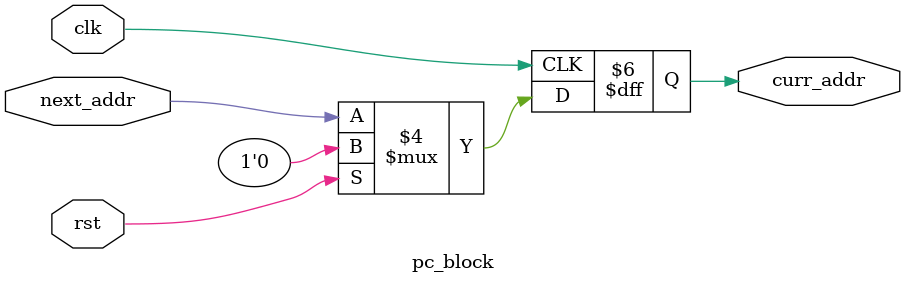
<source format=v>
`define REGISTER_WIDTH 32
`define PC_INIT_VAL 32'b0
module pc_block(
    input rst,
    input clk  ,
	 input next_addr ,
	 output reg curr_addr 
    );
initial
  curr_addr = `PC_INIT_VAL ;
always @(posedge clk) begin
 if(rst)
     curr_addr = `PC_INIT_VAL ;
	else 
     curr_addr = next_addr ;
  end	  
endmodule

</source>
